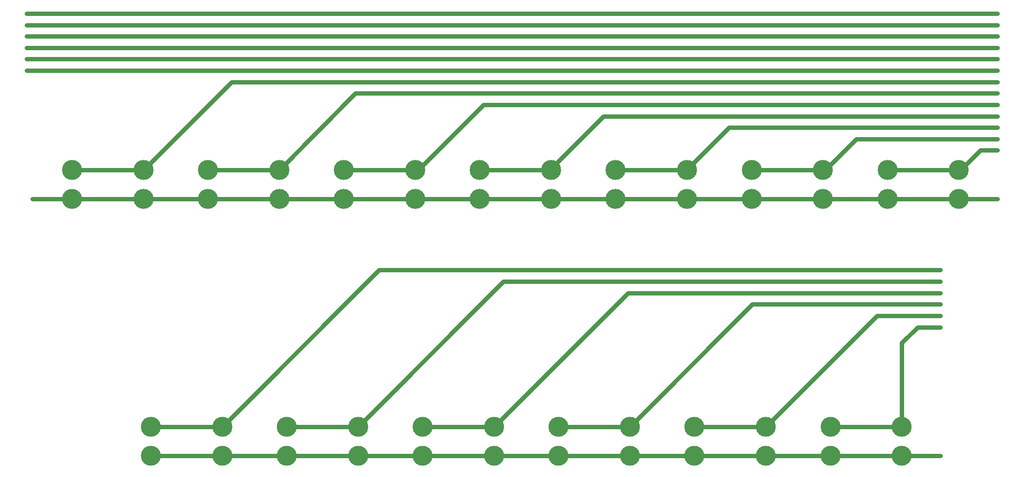
<source format=gbl>
G04 Layer: BottomLayer*
G04 EasyEDA v6.5.22, 2024-08-28 16:03:03*
G04 922126ed66404cc7a2e17ea7cb8ccf87,fc1e3732016e4acc899c86b879ae2791,10*
G04 Gerber Generator version 0.2*
G04 Scale: 100 percent, Rotated: No, Reflected: No *
G04 Dimensions in millimeters *
G04 leading zeros omitted , absolute positions ,4 integer and 5 decimal *
%FSLAX45Y45*%
%MOMM*%

%ADD10C,0.8000*%
%ADD11C,3.5000*%

%LPD*%
D10*
X15325191Y1154099D02*
G01*
X15325191Y2625011D01*
X15600276Y2900095D01*
X15899991Y2900095D01*
X15999965Y2899996D01*
X12944957Y1154099D02*
G01*
X14890849Y3099996D01*
X15899991Y3099996D01*
X15999965Y3099996D01*
X10564972Y1154099D02*
G01*
X12711026Y3300145D01*
X15899991Y3299891D01*
X15999965Y3299990D01*
X8185000Y1154099D02*
G01*
X10530941Y3500046D01*
X15899991Y3500046D01*
X15999965Y3499990D01*
X5805015Y1154099D02*
G01*
X8350857Y3699941D01*
X15999965Y3699990D01*
X3425042Y1154099D02*
G01*
X6171034Y3900096D01*
X16000064Y3900096D01*
X15999965Y3899992D01*
X6934893Y1154000D02*
G01*
X8185073Y1154000D01*
X2045053Y5653961D02*
G01*
X3591148Y7199807D01*
X16899991Y7200061D01*
X16999966Y7199988D01*
X4425030Y5653961D02*
G01*
X5752851Y6999988D01*
X16999966Y6999988D01*
X6805015Y5553887D02*
G01*
X6805015Y5605195D01*
X8000080Y6800011D01*
X17000065Y6800011D01*
X16999966Y6799988D01*
X9185000Y5553887D02*
G01*
X9185000Y5685203D01*
X10099898Y6600111D01*
X17000065Y6600111D01*
X16999966Y6599986D01*
X11564973Y5553887D02*
G01*
X11564973Y5665142D01*
X12300049Y6399961D01*
X17000065Y6399961D01*
X16999966Y6399987D01*
X12694876Y5653986D02*
G01*
X13945069Y5653986D01*
X13944958Y5553887D02*
G01*
X13944958Y5615099D01*
X14529915Y6200061D01*
X17000065Y6200061D01*
X16999966Y6199987D01*
X16325192Y5653961D02*
G01*
X16353891Y5653961D01*
X16699842Y5999911D01*
X17000065Y5999911D01*
X16999966Y5999987D01*
X15074874Y5653986D02*
G01*
X16325067Y5653986D01*
X16999966Y8399983D02*
G01*
X0Y8399983D01*
X16999966Y8199983D02*
G01*
X0Y8199983D01*
X16999966Y7799981D02*
G01*
X0Y7799981D01*
X16999966Y7999981D02*
G01*
X0Y7999981D01*
X10314879Y5653986D02*
G01*
X11565072Y5653986D01*
X7934893Y5653986D02*
G01*
X9185076Y5653986D01*
X5554898Y5653986D02*
G01*
X6805079Y5653986D01*
X3174900Y5653986D02*
G01*
X4425081Y5653986D01*
X794903Y5653986D02*
G01*
X2045091Y5653986D01*
X794903Y5145986D02*
G01*
X99999Y5145986D01*
X16325067Y5145986D02*
G01*
X16999966Y5145986D01*
X15074874Y5145986D02*
G01*
X16325067Y5145986D01*
X13945069Y5145986D02*
G01*
X15074874Y5145986D01*
X12694876Y5145986D02*
G01*
X13945069Y5145986D01*
X11565072Y5145986D02*
G01*
X12694876Y5145986D01*
X10314879Y5145986D02*
G01*
X11565072Y5145986D01*
X9185076Y5145986D02*
G01*
X10314879Y5145986D01*
X7934893Y5145986D02*
G01*
X9185076Y5145986D01*
X6805079Y5145986D02*
G01*
X7934893Y5145986D01*
X5554898Y5145986D02*
G01*
X6805079Y5145986D01*
X4425081Y5145986D02*
G01*
X5554898Y5145986D01*
X3174900Y5145986D02*
G01*
X4425081Y5145986D01*
X2045091Y5145986D02*
G01*
X3174900Y5145986D01*
X794903Y5145986D02*
G01*
X2045091Y5145986D01*
X15325067Y646000D02*
G01*
X15999965Y646000D01*
X16999966Y7399982D02*
G01*
X0Y7399982D01*
X16999966Y7599982D02*
G01*
X0Y7599982D01*
X2174900Y1154000D02*
G01*
X3425093Y1154000D01*
X4554895Y1154000D02*
G01*
X5805078Y1154000D01*
X9314891Y1154000D02*
G01*
X10565071Y1154000D01*
X11694876Y1154000D02*
G01*
X12945069Y1154000D01*
X14074874Y1154000D02*
G01*
X15325067Y1154000D01*
X14074874Y645993D02*
G01*
X15325067Y645993D01*
X12945069Y645993D02*
G01*
X14074874Y645993D01*
X11694876Y645993D02*
G01*
X12945069Y645993D01*
X10565071Y645993D02*
G01*
X11694876Y645993D01*
X9314891Y645993D02*
G01*
X10565071Y645993D01*
X8185073Y645993D02*
G01*
X9314891Y645993D01*
X6934893Y645993D02*
G01*
X8185073Y645993D01*
X5805078Y645993D02*
G01*
X6934893Y645993D01*
X4554895Y645993D02*
G01*
X5805078Y645993D01*
X3425093Y645993D02*
G01*
X4554895Y645993D01*
X2174900Y645993D02*
G01*
X3425093Y645993D01*
D11*
G01*
X4425035Y5145963D03*
G01*
X3174847Y5145963D03*
G01*
X4425035Y5653963D03*
G01*
X3174847Y5653963D03*
G01*
X2045055Y5145963D03*
G01*
X794867Y5145963D03*
G01*
X2045055Y5653963D03*
G01*
X794867Y5653963D03*
G01*
X15325191Y646099D03*
G01*
X14075003Y646099D03*
G01*
X15325191Y1154099D03*
G01*
X14075003Y1154099D03*
G01*
X12944957Y646099D03*
G01*
X11694769Y646099D03*
G01*
X12944957Y1154099D03*
G01*
X11694769Y1154099D03*
G01*
X10564977Y646099D03*
G01*
X9314789Y646099D03*
G01*
X10564977Y1154099D03*
G01*
X9314789Y1154099D03*
G01*
X8184997Y646099D03*
G01*
X6934809Y646099D03*
G01*
X8184997Y1154099D03*
G01*
X6934809Y1154099D03*
G01*
X5805017Y646099D03*
G01*
X4554829Y646099D03*
G01*
X5805017Y1154099D03*
G01*
X4554829Y1154099D03*
G01*
X3425037Y646099D03*
G01*
X2174849Y646099D03*
G01*
X3425037Y1154099D03*
G01*
X2174849Y1154099D03*
G01*
X15075001Y5653963D03*
G01*
X16325189Y5653963D03*
G01*
X15075001Y5145963D03*
G01*
X16325189Y5145963D03*
G01*
X12694767Y5653963D03*
G01*
X13944955Y5653963D03*
G01*
X12694767Y5145963D03*
G01*
X13944955Y5145963D03*
G01*
X10314787Y5653963D03*
G01*
X11564975Y5653963D03*
G01*
X10314787Y5145963D03*
G01*
X11564975Y5145963D03*
G01*
X5554827Y5653963D03*
G01*
X6805015Y5653963D03*
G01*
X5554827Y5145963D03*
G01*
X6805015Y5145963D03*
G01*
X7934807Y5653963D03*
G01*
X9184995Y5653963D03*
G01*
X7934807Y5145963D03*
G01*
X9184995Y5145963D03*
M02*

</source>
